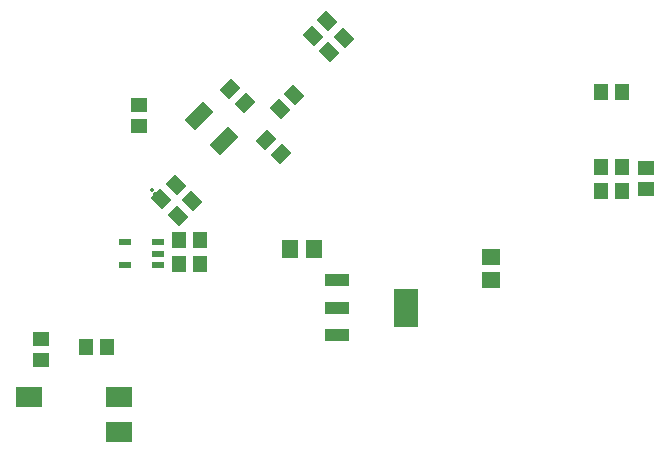
<source format=gbp>
G04 Layer_Color=128*
%FSLAX25Y25*%
%MOIN*%
G70*
G01*
G75*
%ADD10R,0.04528X0.05512*%
%ADD14R,0.05315X0.04528*%
%ADD18R,0.04528X0.05315*%
G04:AMPARAMS|DCode=24|XSize=55.12mil|YSize=45.28mil|CornerRadius=0mil|HoleSize=0mil|Usage=FLASHONLY|Rotation=315.000|XOffset=0mil|YOffset=0mil|HoleType=Round|Shape=Rectangle|*
%AMROTATEDRECTD24*
4,1,4,-0.03550,0.00348,-0.00348,0.03550,0.03550,-0.00348,0.00348,-0.03550,-0.03550,0.00348,0.0*
%
%ADD24ROTATEDRECTD24*%

%ADD29R,0.05512X0.05906*%
%ADD50P,0.01414X4X360.0*%
%ADD51R,0.03937X0.02362*%
G04:AMPARAMS|DCode=52|XSize=49.21mil|YSize=86.61mil|CornerRadius=0mil|HoleSize=0mil|Usage=FLASHONLY|Rotation=315.000|XOffset=0mil|YOffset=0mil|HoleType=Round|Shape=Rectangle|*
%AMROTATEDRECTD52*
4,1,4,-0.04802,-0.01322,0.01322,0.04802,0.04802,0.01322,-0.01322,-0.04802,-0.04802,-0.01322,0.0*
%
%ADD52ROTATEDRECTD52*%

G04:AMPARAMS|DCode=53|XSize=55.12mil|YSize=45.28mil|CornerRadius=0mil|HoleSize=0mil|Usage=FLASHONLY|Rotation=225.000|XOffset=0mil|YOffset=0mil|HoleType=Round|Shape=Rectangle|*
%AMROTATEDRECTD53*
4,1,4,0.00348,0.03550,0.03550,0.00348,-0.00348,-0.03550,-0.03550,-0.00348,0.00348,0.03550,0.0*
%
%ADD53ROTATEDRECTD53*%

%ADD54R,0.05512X0.04528*%
%ADD55R,0.08661X0.07087*%
%ADD56R,0.08465X0.03937*%
%ADD57R,0.08465X0.12795*%
%ADD58R,0.05906X0.05512*%
D10*
X52055Y64000D02*
D03*
X58945D02*
D03*
D14*
X69500Y137555D02*
D03*
Y144445D02*
D03*
X37000Y59610D02*
D03*
Y66500D02*
D03*
D18*
X230445Y149000D02*
D03*
X223555D02*
D03*
X89945Y91500D02*
D03*
X83055D02*
D03*
X83000Y99500D02*
D03*
X89890D02*
D03*
X230445Y124000D02*
D03*
X223555D02*
D03*
X230445Y116000D02*
D03*
X223555D02*
D03*
D24*
X87436Y112436D02*
D03*
X82564Y107564D02*
D03*
X81936Y117936D02*
D03*
X77064Y113064D02*
D03*
X121436Y147936D02*
D03*
X116564Y143064D02*
D03*
X137936Y166936D02*
D03*
X133064Y162064D02*
D03*
X132436Y172436D02*
D03*
X127564Y167564D02*
D03*
D29*
X120063Y96500D02*
D03*
X127937D02*
D03*
D50*
X73956Y116044D02*
D03*
X75000Y115000D02*
D03*
D51*
X75913Y98740D02*
D03*
Y95000D02*
D03*
Y91260D02*
D03*
X65087D02*
D03*
Y98740D02*
D03*
D52*
X89518Y141000D02*
D03*
X98009Y132509D02*
D03*
D53*
X116936Y128064D02*
D03*
X112064Y132936D02*
D03*
X100064Y149936D02*
D03*
X104936Y145064D02*
D03*
D54*
X238500Y123445D02*
D03*
Y116555D02*
D03*
D55*
X32921Y47102D02*
D03*
X62843D02*
D03*
Y35685D02*
D03*
D56*
X135484Y67945D02*
D03*
Y77000D02*
D03*
Y86055D02*
D03*
D57*
X158516Y77000D02*
D03*
D58*
X187000Y93937D02*
D03*
Y86063D02*
D03*
M02*

</source>
